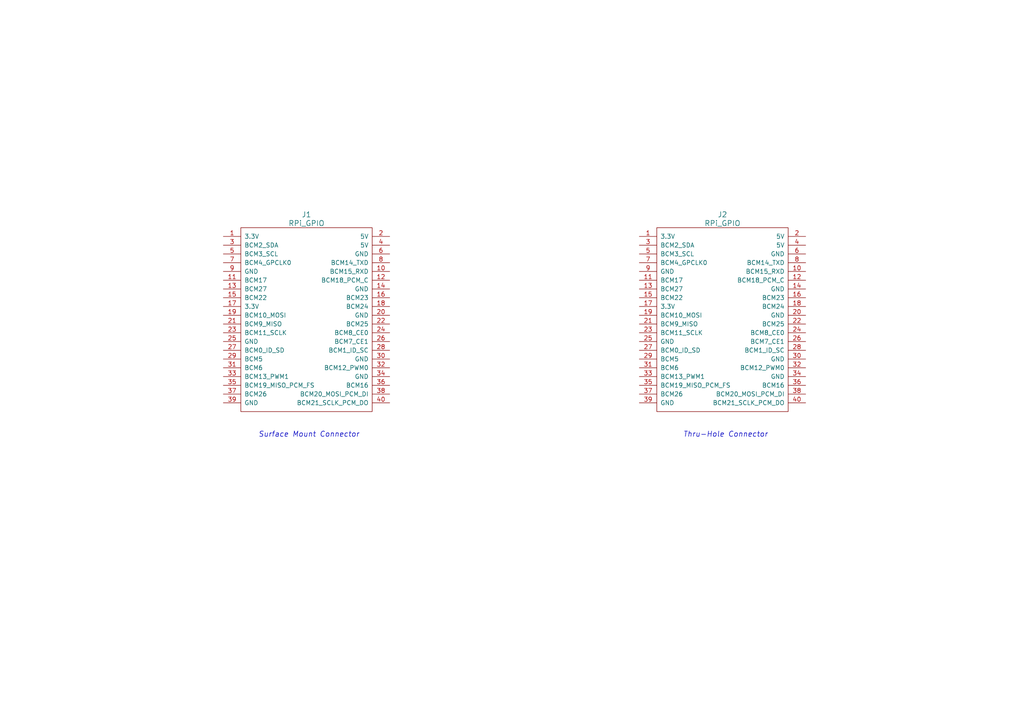
<source format=kicad_sch>
(kicad_sch (version 20230121) (generator eeschema)
  (paper "A4")
  (lib_symbols
    (symbol "RPi_Hat:RPi_GPIO" (pin_names (offset 1.016))
      (property "Reference" "J" (at 19.05 6.35 0))
      (property "Value" "RPi_GPIO" (at 19.05 3.81 0))
      (symbol "RPi_GPIO_0_1"
        (rectangle (start 0 2.54) (end 38.1 -50.8))
      )
      (symbol "RPi_GPIO_1_1"
        (pin power_in line (at -5.08 0 0) (length 5.08) (name "3.3V") (number "1"))
        (pin bidirectional line (at 43.18 -10.16 180) (length 5.08) (name "BCM15_RXD") (number "10"))
        (pin bidirectional line (at -5.08 -12.7 0) (length 5.08) (name "BCM17") (number "11"))
        (pin bidirectional line (at 43.18 -12.7 180) (length 5.08) (name "BCM18_PCM_C") (number "12"))
        (pin bidirectional line (at -5.08 -15.24 0) (length 5.08) (name "BCM27") (number "13"))
        (pin power_in line (at 43.18 -15.24 180) (length 5.08) (name "GND") (number "14"))
        (pin bidirectional line (at -5.08 -17.78 0) (length 5.08) (name "BCM22") (number "15"))
        (pin bidirectional line (at 43.18 -17.78 180) (length 5.08) (name "BCM23") (number "16"))
        (pin power_in line (at -5.08 -20.32 0) (length 5.08) (name "3.3V") (number "17"))
        (pin bidirectional line (at 43.18 -20.32 180) (length 5.08) (name "BCM24") (number "18"))
        (pin bidirectional line (at -5.08 -22.86 0) (length 5.08) (name "BCM10_MOSI") (number "19"))
        (pin power_in line (at 43.18 0 180) (length 5.08) (name "5V") (number "2"))
        (pin power_in line (at 43.18 -22.86 180) (length 5.08) (name "GND") (number "20"))
        (pin bidirectional line (at -5.08 -25.4 0) (length 5.08) (name "BCM9_MISO") (number "21"))
        (pin bidirectional line (at 43.18 -25.4 180) (length 5.08) (name "BCM25") (number "22"))
        (pin bidirectional line (at -5.08 -27.94 0) (length 5.08) (name "BCM11_SCLK") (number "23"))
        (pin bidirectional line (at 43.18 -27.94 180) (length 5.08) (name "BCM8_CE0") (number "24"))
        (pin power_in line (at -5.08 -30.48 0) (length 5.08) (name "GND") (number "25"))
        (pin bidirectional line (at 43.18 -30.48 180) (length 5.08) (name "BCM7_CE1") (number "26"))
        (pin bidirectional line (at -5.08 -33.02 0) (length 5.08) (name "BCM0_ID_SD") (number "27"))
        (pin bidirectional line (at 43.18 -33.02 180) (length 5.08) (name "BCM1_ID_SC") (number "28"))
        (pin bidirectional line (at -5.08 -35.56 0) (length 5.08) (name "BCM5") (number "29"))
        (pin bidirectional line (at -5.08 -2.54 0) (length 5.08) (name "BCM2_SDA") (number "3"))
        (pin power_in line (at 43.18 -35.56 180) (length 5.08) (name "GND") (number "30"))
        (pin bidirectional line (at -5.08 -38.1 0) (length 5.08) (name "BCM6") (number "31"))
        (pin bidirectional line (at 43.18 -38.1 180) (length 5.08) (name "BCM12_PWM0") (number "32"))
        (pin bidirectional line (at -5.08 -40.64 0) (length 5.08) (name "BCM13_PWM1") (number "33"))
        (pin power_in line (at 43.18 -40.64 180) (length 5.08) (name "GND") (number "34"))
        (pin bidirectional line (at -5.08 -43.18 0) (length 5.08) (name "BCM19_MISO_PCM_FS") (number "35"))
        (pin bidirectional line (at 43.18 -43.18 180) (length 5.08) (name "BCM16") (number "36"))
        (pin bidirectional line (at -5.08 -45.72 0) (length 5.08) (name "BCM26") (number "37"))
        (pin bidirectional line (at 43.18 -45.72 180) (length 5.08) (name "BCM20_MOSI_PCM_DI") (number "38"))
        (pin power_in line (at -5.08 -48.26 0) (length 5.08) (name "GND") (number "39"))
        (pin power_in line (at 43.18 -2.54 180) (length 5.08) (name "5V") (number "4"))
        (pin bidirectional line (at 43.18 -48.26 180) (length 5.08) (name "BCM21_SCLK_PCM_DO") (number "40"))
        (pin bidirectional line (at -5.08 -5.08 0) (length 5.08) (name "BCM3_SCL") (number "5"))
        (pin power_in line (at 43.18 -5.08 180) (length 5.08) (name "GND") (number "6"))
        (pin bidirectional line (at -5.08 -7.62 0) (length 5.08) (name "BCM4_GPCLK0") (number "7"))
        (pin bidirectional line (at 43.18 -7.62 180) (length 5.08) (name "BCM14_TXD") (number "8"))
        (pin power_in line (at -5.08 -10.16 0) (length 5.08) (name "GND") (number "9"))
      )
    )
  )
  (text "Surface Mount Connector" (at 74.93 127 0) (effects (font (size 1.524 1.524) italic) (justify left bottom)))
  (text "Thru-Hole Connector" (at 198.12 127 0) (effects (font (size 1.524 1.524) italic) (justify left bottom)))
  (symbol (lib_id "RPi_Hat:RPi_GPIO") (at 69.85 68.58 0) (unit 1)
    (property "Reference" "J1" (at 88.9 62.23 0) (effects (font (size 1.524 1.524))))
    (property "Value" "RPi_GPIO" (at 88.9 64.77 0) (effects (font (size 1.524 1.524))))
    (property "Footprint" "RPi_Hat:Samtec_HLE-120-02-XXX-DV-BE-XX-XX" (effects hide))
  )
  (symbol (lib_id "RPi_Hat:RPi_GPIO") (at 190.5 68.58 0) (unit 1)
    (property "Reference" "J2" (at 209.55 62.23 0) (effects (font (size 1.524 1.524))))
    (property "Value" "RPi_GPIO" (at 209.55 64.77 0) (effects (font (size 1.524 1.524))))
    (property "Footprint" "RPi_Hat:Pin_Header_Straight_2x20" (effects hide))
  )
)
</source>
